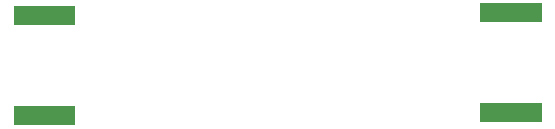
<source format=gbs>
G04 #@! TF.GenerationSoftware,KiCad,Pcbnew,(5.1.4)-1*
G04 #@! TF.CreationDate,2019-12-12T20:41:28+01:00*
G04 #@! TF.ProjectId,30mhzLP,33306d68-7a4c-4502-9e6b-696361645f70,rev?*
G04 #@! TF.SameCoordinates,Original*
G04 #@! TF.FileFunction,Soldermask,Bot*
G04 #@! TF.FilePolarity,Negative*
%FSLAX46Y46*%
G04 Gerber Fmt 4.6, Leading zero omitted, Abs format (unit mm)*
G04 Created by KiCad (PCBNEW (5.1.4)-1) date 2019-12-12 20:41:28*
%MOMM*%
%LPD*%
G04 APERTURE LIST*
%ADD10C,0.100000*%
G04 APERTURE END LIST*
D10*
G36*
X121341000Y-117551000D02*
G01*
X116159000Y-117551000D01*
X116159000Y-115949000D01*
X121341000Y-115949000D01*
X121341000Y-117551000D01*
X121341000Y-117551000D01*
G37*
G36*
X160841000Y-117301000D02*
G01*
X155659000Y-117301000D01*
X155659000Y-115699000D01*
X160841000Y-115699000D01*
X160841000Y-117301000D01*
X160841000Y-117301000D01*
G37*
G36*
X121341000Y-109051000D02*
G01*
X116159000Y-109051000D01*
X116159000Y-107449000D01*
X121341000Y-107449000D01*
X121341000Y-109051000D01*
X121341000Y-109051000D01*
G37*
G36*
X160841000Y-108801000D02*
G01*
X155659000Y-108801000D01*
X155659000Y-107199000D01*
X160841000Y-107199000D01*
X160841000Y-108801000D01*
X160841000Y-108801000D01*
G37*
M02*

</source>
